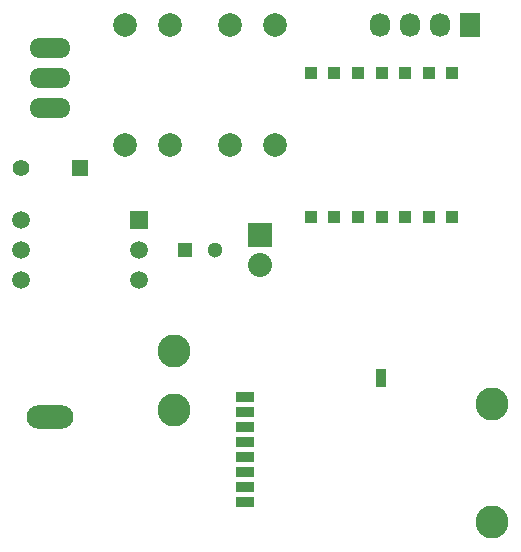
<source format=gbs>
G04 #@! TF.FileFunction,Soldermask,Bot*
%FSLAX46Y46*%
G04 Gerber Fmt 4.6, Leading zero omitted, Abs format (unit mm)*
G04 Created by KiCad (PCBNEW (2015-10-22 BZR 6274, Git d63c017)-product) date 27.10.2015 3:27:05*
%MOMM*%
G01*
G04 APERTURE LIST*
%ADD10C,0.150000*%
%ADD11R,1.300000X1.300000*%
%ADD12C,1.300000*%
%ADD13R,1.400000X1.400000*%
%ADD14C,1.400000*%
%ADD15R,1.501140X1.501140*%
%ADD16C,1.501140*%
%ADD17R,1.727200X2.032000*%
%ADD18O,1.727200X2.032000*%
%ADD19R,1.000000X1.000000*%
%ADD20R,1.500000X0.900000*%
%ADD21R,0.900000X1.500000*%
%ADD22O,3.500120X1.699260*%
%ADD23C,1.998980*%
%ADD24R,2.032000X2.032000*%
%ADD25O,2.032000X2.032000*%
%ADD26C,2.799080*%
%ADD27O,3.962400X1.981200*%
G04 APERTURE END LIST*
D10*
D11*
X181610000Y-140970000D03*
D12*
X184110000Y-140970000D03*
D13*
X172720000Y-133985000D03*
D14*
X167720000Y-133985000D03*
D15*
X177721260Y-138430000D03*
D16*
X177721260Y-140970000D03*
X177721260Y-143510000D03*
X167721280Y-143510000D03*
X167721280Y-140970000D03*
X167721280Y-138430000D03*
D17*
X205740000Y-121920000D03*
D18*
X203200000Y-121920000D03*
X200660000Y-121920000D03*
X198120000Y-121920000D03*
D19*
X192220000Y-138180000D03*
X194220000Y-138180000D03*
X196220000Y-138180000D03*
X198220000Y-138180000D03*
X200220000Y-138180000D03*
X202220000Y-138180000D03*
X204220000Y-138180000D03*
X192220000Y-125980000D03*
X194220000Y-125980000D03*
X196220000Y-125980000D03*
X198220000Y-125980000D03*
X200220000Y-125980000D03*
X202220000Y-125980000D03*
X204220000Y-125980000D03*
D20*
X186690000Y-162280000D03*
X186690000Y-161010000D03*
X186690000Y-159740000D03*
X186690000Y-158460000D03*
X186690000Y-157200000D03*
X186690000Y-155930000D03*
X186690000Y-154650000D03*
X186690000Y-153380000D03*
D21*
X198190000Y-151830000D03*
D22*
X170180000Y-126365000D03*
X170180000Y-128905000D03*
X170180000Y-123825000D03*
D23*
X180340000Y-132080000D03*
X180340000Y-121920000D03*
X189230000Y-132080000D03*
X189230000Y-121920000D03*
X176530000Y-121920000D03*
X176530000Y-132080000D03*
X185420000Y-121920000D03*
X185420000Y-132080000D03*
D24*
X187960000Y-139700000D03*
D25*
X187960000Y-142240000D03*
D26*
X180610000Y-149520000D03*
X180610000Y-154520000D03*
X207610000Y-164020000D03*
X207610000Y-154020000D03*
D27*
X170180000Y-155100000D03*
M02*

</source>
